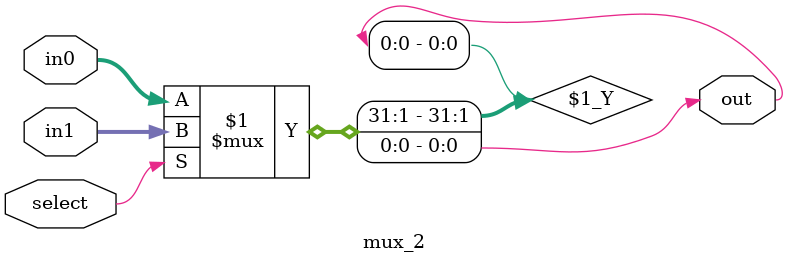
<source format=v>
module mux_2(select, in0, in1, out);
	input select;
	input [31:0] in0, in1;
	output out = select ? in1 : in0;
endmodule

</source>
